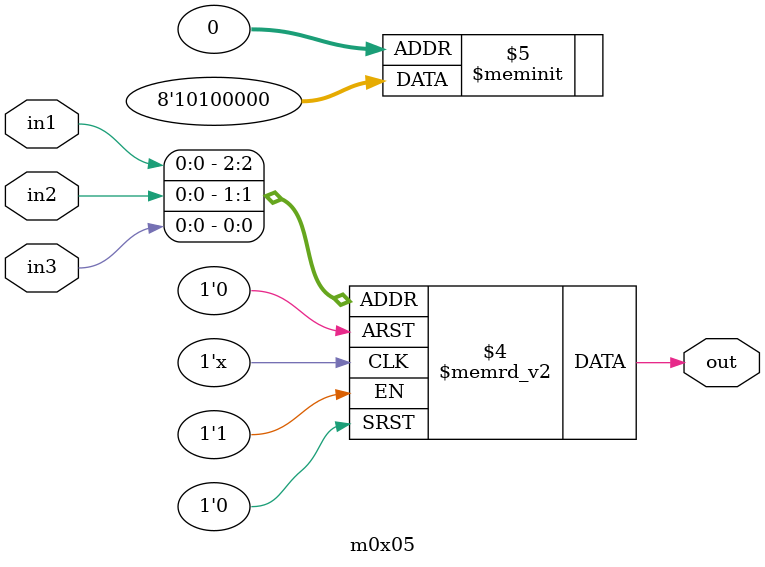
<source format=v>
module m0x05(output out, input in1, in2, in3);

   always @(in1, in2, in3)
     begin
        case({in1, in2, in3})
          3'b000: {out} = 1'b0;
          3'b001: {out} = 1'b0;
          3'b010: {out} = 1'b0;
          3'b011: {out} = 1'b0;
          3'b100: {out} = 1'b0;
          3'b101: {out} = 1'b1;
          3'b110: {out} = 1'b0;
          3'b111: {out} = 1'b1;
        endcase // case ({in1, in2, in3})
     end // always @ (in1, in2, in3)

endmodule // m0x05
</source>
